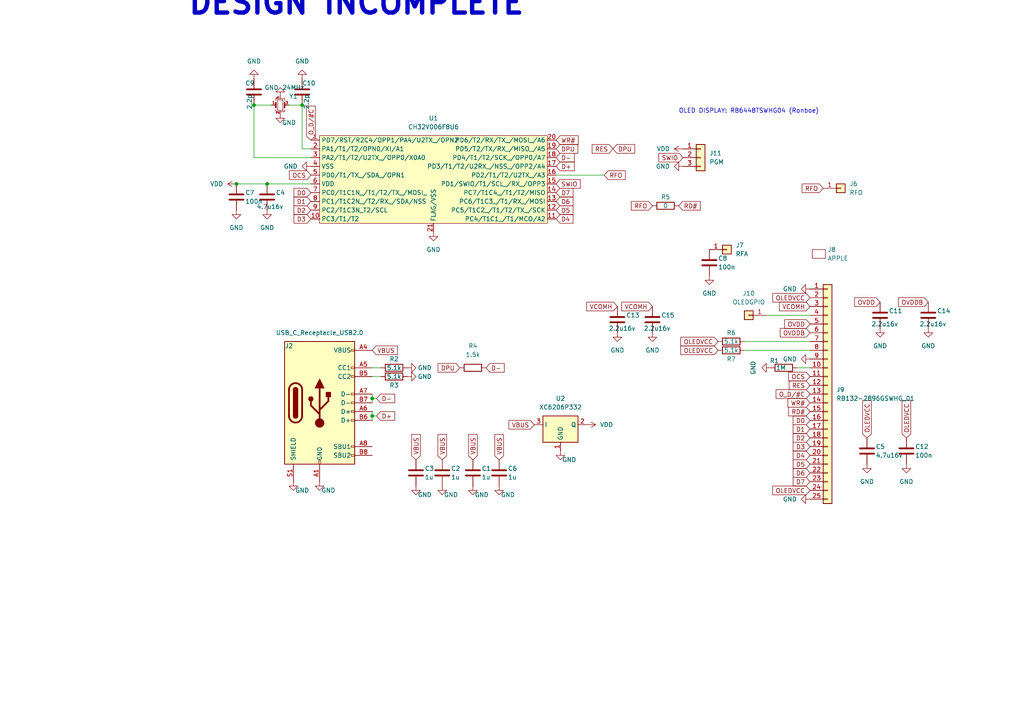
<source format=kicad_sch>
(kicad_sch (version 20231120) (generator "eeschema") (generator_version "8.0")
  (paper "A4")
  (lib_symbols
    (symbol "Connector:USB_C_Receptacle_USB2.0" (pin_names (offset 1.016))
      (property "Reference" "J" (at -10.16 19.05 0))
      (property "Value" "USB_C_Receptacle_USB2.0" (at 19.05 19.05 0))
      (symbol "USB_C_Receptacle_USB2.0_0_0"
        (rectangle (start -0.254 -17.78) (end 0.254 -16.764))
        (rectangle (start 10.16 -14.986) (end 9.144 -15.494))
        (rectangle (start 10.16 -12.446) (end 9.144 -12.954))
        (rectangle (start 10.16 -4.826) (end 9.144 -5.334))
        (rectangle (start 10.16 -2.286) (end 9.144 -2.794))
        (rectangle (start 10.16 0.254) (end 9.144 -0.254))
        (rectangle (start 10.16 2.794) (end 9.144 2.286))
        (rectangle (start 10.16 7.874) (end 9.144 7.366))
        (rectangle (start 10.16 10.414) (end 9.144 9.906))
        (rectangle (start 10.16 15.494) (end 9.144 14.986))
      )
      (symbol "USB_C_Receptacle_USB2.0_0_1"
        (rectangle (start -10.16 17.78) (end 10.16 -17.78) (stroke (width 0.254)) (fill (type background)))
        (arc (start -8.89 -3.81) (mid -6.985 -5.7067) (end -5.08 -3.81) (stroke (width 0.508)))
        (arc (start -7.62 -3.81) (mid -6.985 -4.4423) (end -6.35 -3.81) (stroke (width 0.254)))
        (arc (start -7.62 -3.81) (mid -6.985 -4.4423) (end -6.35 -3.81) (stroke (width 0.254)) (fill (type outline)))
        (rectangle (start -7.62 -3.81) (end -6.35 3.81) (stroke (width 0.254)) (fill (type outline)))
        (arc (start -6.35 3.81) (mid -6.985 4.4423) (end -7.62 3.81) (stroke (width 0.254)))
        (arc (start -6.35 3.81) (mid -6.985 4.4423) (end -7.62 3.81) (stroke (width 0.254)) (fill (type outline)))
        (arc (start -5.08 3.81) (mid -6.985 5.7067) (end -8.89 3.81) (stroke (width 0.508)))
        (circle (center -2.54 1.143) (radius 0.635) (stroke (width 0.254)) (fill (type outline)))
        (circle (center 0 -5.842) (radius 1.27) (fill (type outline)))
        (polyline (pts (xy -8.89 -3.81) (xy -8.89 3.81)) (stroke (width 0.508)))
        (polyline (pts (xy -5.08 3.81) (xy -5.08 -3.81)) (stroke (width 0.508)))
        (polyline (pts (xy 0 -5.842) (xy 0 4.318)) (stroke (width 0.508)))
        (polyline (pts (xy 0 -3.302) (xy -2.54 -0.762) (xy -2.54 0.508)) (stroke (width 0.508)))
        (polyline (pts (xy 0 -2.032) (xy 2.54 0.508) (xy 2.54 1.778)) (stroke (width 0.508)))
        (polyline (pts (xy -1.27 4.318) (xy 0 6.858) (xy 1.27 4.318) (xy -1.27 4.318)) (stroke (width 0.254)) (fill (type outline)))
        (rectangle (start 1.905 1.778) (end 3.175 3.048) (stroke (width 0.254)) (fill (type outline)))
      )
      (symbol "USB_C_Receptacle_USB2.0_1_1"
        (pin passive line (at 0 -22.86 90) (length 5.08) (name "GND") (number "A1"))
        (pin passive line (at 0 -22.86 90) (length 5.08) hide (name "GND") (number "A12"))
        (pin passive line (at 15.24 15.24 180) (length 5.08) (name "VBUS") (number "A4"))
        (pin bidirectional line (at 15.24 10.16 180) (length 5.08) (name "CC1") (number "A5"))
        (pin bidirectional line (at 15.24 -2.54 180) (length 5.08) (name "D+") (number "A6"))
        (pin bidirectional line (at 15.24 2.54 180) (length 5.08) (name "D-") (number "A7"))
        (pin bidirectional line (at 15.24 -12.7 180) (length 5.08) (name "SBU1") (number "A8"))
        (pin passive line (at 15.24 15.24 180) (length 5.08) hide (name "VBUS") (number "A9"))
        (pin passive line (at 0 -22.86 90) (length 5.08) hide (name "GND") (number "B1"))
        (pin passive line (at 0 -22.86 90) (length 5.08) hide (name "GND") (number "B12"))
        (pin passive line (at 15.24 15.24 180) (length 5.08) hide (name "VBUS") (number "B4"))
        (pin bidirectional line (at 15.24 7.62 180) (length 5.08) (name "CC2") (number "B5"))
        (pin bidirectional line (at 15.24 -5.08 180) (length 5.08) (name "D+") (number "B6"))
        (pin bidirectional line (at 15.24 0 180) (length 5.08) (name "D-") (number "B7"))
        (pin bidirectional line (at 15.24 -15.24 180) (length 5.08) (name "SBU2") (number "B8"))
        (pin passive line (at 15.24 15.24 180) (length 5.08) hide (name "VBUS") (number "B9"))
        (pin passive line (at -7.62 -22.86 90) (length 5.08) (name "SHIELD") (number "S1"))
      )
    )
    (symbol "Connector_Generic:Conn_01x01" (pin_names (offset 1.016) hide)
      (property "Reference" "J" (at 0 2.54 0))
      (property "Value" "Conn_01x01" (at 0 -2.54 0))
      (symbol "Conn_01x01_1_1"
        (rectangle (start -1.27 0.127) (end 0 -0.127) (stroke (width 0.1524)))
        (rectangle (start -1.27 1.27) (end 1.27 -1.27) (stroke (width 0.254)) (fill (type background)))
        (pin passive line (at -5.08 0 0) (length 3.81) (name "Pin_1") (number "1"))
      )
    )
    (symbol "Connector_Generic:Conn_01x03" (pin_names (offset 1.016) hide)
      (property "Reference" "J" (at 0 5.08 0))
      (property "Value" "Conn_01x03" (at 0 -5.08 0))
      (symbol "Conn_01x03_1_1"
        (rectangle (start -1.27 -2.413) (end 0 -2.667) (stroke (width 0.1524)))
        (rectangle (start -1.27 0.127) (end 0 -0.127) (stroke (width 0.1524)))
        (rectangle (start -1.27 2.667) (end 0 2.413) (stroke (width 0.1524)))
        (rectangle (start -1.27 3.81) (end 1.27 -3.81) (stroke (width 0.254)) (fill (type background)))
        (pin passive line (at -5.08 2.54 0) (length 3.81) (name "Pin_1") (number "1"))
        (pin passive line (at -5.08 0 0) (length 3.81) (name "Pin_2") (number "2"))
        (pin passive line (at -5.08 -2.54 0) (length 3.81) (name "Pin_3") (number "3"))
      )
    )
    (symbol "Connector_Generic:Conn_01x25" (pin_names (offset 1.016) hide)
      (property "Reference" "J" (at 0 33.02 0))
      (property "Value" "Conn_01x25" (at 0 -33.02 0))
      (symbol "Conn_01x25_1_1"
        (rectangle (start -1.27 -30.353) (end 0 -30.607) (stroke (width 0.1524)))
        (rectangle (start -1.27 -27.813) (end 0 -28.067) (stroke (width 0.1524)))
        (rectangle (start -1.27 -25.273) (end 0 -25.527) (stroke (width 0.1524)))
        (rectangle (start -1.27 -22.733) (end 0 -22.987) (stroke (width 0.1524)))
        (rectangle (start -1.27 -20.193) (end 0 -20.447) (stroke (width 0.1524)))
        (rectangle (start -1.27 -17.653) (end 0 -17.907) (stroke (width 0.1524)))
        (rectangle (start -1.27 -15.113) (end 0 -15.367) (stroke (width 0.1524)))
        (rectangle (start -1.27 -12.573) (end 0 -12.827) (stroke (width 0.1524)))
        (rectangle (start -1.27 -10.033) (end 0 -10.287) (stroke (width 0.1524)))
        (rectangle (start -1.27 -7.493) (end 0 -7.747) (stroke (width 0.1524)))
        (rectangle (start -1.27 -4.953) (end 0 -5.207) (stroke (width 0.1524)))
        (rectangle (start -1.27 -2.413) (end 0 -2.667) (stroke (width 0.1524)))
        (rectangle (start -1.27 0.127) (end 0 -0.127) (stroke (width 0.1524)))
        (rectangle (start -1.27 2.667) (end 0 2.413) (stroke (width 0.1524)))
        (rectangle (start -1.27 5.207) (end 0 4.953) (stroke (width 0.1524)))
        (rectangle (start -1.27 7.747) (end 0 7.493) (stroke (width 0.1524)))
        (rectangle (start -1.27 10.287) (end 0 10.033) (stroke (width 0.1524)))
        (rectangle (start -1.27 12.827) (end 0 12.573) (stroke (width 0.1524)))
        (rectangle (start -1.27 15.367) (end 0 15.113) (stroke (width 0.1524)))
        (rectangle (start -1.27 17.907) (end 0 17.653) (stroke (width 0.1524)))
        (rectangle (start -1.27 20.447) (end 0 20.193) (stroke (width 0.1524)))
        (rectangle (start -1.27 22.987) (end 0 22.733) (stroke (width 0.1524)))
        (rectangle (start -1.27 25.527) (end 0 25.273) (stroke (width 0.1524)))
        (rectangle (start -1.27 28.067) (end 0 27.813) (stroke (width 0.1524)))
        (rectangle (start -1.27 30.607) (end 0 30.353) (stroke (width 0.1524)))
        (rectangle (start -1.27 31.75) (end 1.27 -31.75) (stroke (width 0.254)) (fill (type background)))
        (pin passive line (at -5.08 30.48 0) (length 3.81) (name "Pin_1") (number "1"))
        (pin passive line (at -5.08 7.62 0) (length 3.81) (name "Pin_10") (number "10"))
        (pin passive line (at -5.08 5.08 0) (length 3.81) (name "Pin_11") (number "11"))
        (pin passive line (at -5.08 2.54 0) (length 3.81) (name "Pin_12") (number "12"))
        (pin passive line (at -5.08 0 0) (length 3.81) (name "Pin_13") (number "13"))
        (pin passive line (at -5.08 -2.54 0) (length 3.81) (name "Pin_14") (number "14"))
        (pin passive line (at -5.08 -5.08 0) (length 3.81) (name "Pin_15") (number "15"))
        (pin passive line (at -5.08 -7.62 0) (length 3.81) (name "Pin_16") (number "16"))
        (pin passive line (at -5.08 -10.16 0) (length 3.81) (name "Pin_17") (number "17"))
        (pin passive line (at -5.08 -12.7 0) (length 3.81) (name "Pin_18") (number "18"))
        (pin passive line (at -5.08 -15.24 0) (length 3.81) (name "Pin_19") (number "19"))
        (pin passive line (at -5.08 27.94 0) (length 3.81) (name "Pin_2") (number "2"))
        (pin passive line (at -5.08 -17.78 0) (length 3.81) (name "Pin_20") (number "20"))
        (pin passive line (at -5.08 -20.32 0) (length 3.81) (name "Pin_21") (number "21"))
        (pin passive line (at -5.08 -22.86 0) (length 3.81) (name "Pin_22") (number "22"))
        (pin passive line (at -5.08 -25.4 0) (length 3.81) (name "Pin_23") (number "23"))
        (pin passive line (at -5.08 -27.94 0) (length 3.81) (name "Pin_24") (number "24"))
        (pin passive line (at -5.08 -30.48 0) (length 3.81) (name "Pin_25") (number "25"))
        (pin passive line (at -5.08 25.4 0) (length 3.81) (name "Pin_3") (number "3"))
        (pin passive line (at -5.08 22.86 0) (length 3.81) (name "Pin_4") (number "4"))
        (pin passive line (at -5.08 20.32 0) (length 3.81) (name "Pin_5") (number "5"))
        (pin passive line (at -5.08 17.78 0) (length 3.81) (name "Pin_6") (number "6"))
        (pin passive line (at -5.08 15.24 0) (length 3.81) (name "Pin_7") (number "7"))
        (pin passive line (at -5.08 12.7 0) (length 3.81) (name "Pin_8") (number "8"))
        (pin passive line (at -5.08 10.16 0) (length 3.81) (name "Pin_9") (number "9"))
      )
    )
    (symbol "Device:C" (pin_numbers hide) (pin_names (offset 0.254))
      (property "Reference" "C" (at 0.635 2.54 0))
      (property "Value" "C" (at 0.635 -2.54 0))
      (symbol "C_0_1"
        (polyline (pts (xy -2.032 -0.762) (xy 2.032 -0.762)) (stroke (width 0.508)))
        (polyline (pts (xy -2.032 0.762) (xy 2.032 0.762)) (stroke (width 0.508)))
      )
      (symbol "C_1_1"
        (pin passive line (at 0 3.81 270) (length 2.794) (name "~") (number "1"))
        (pin passive line (at 0 -3.81 90) (length 2.794) (name "~") (number "2"))
      )
    )
    (symbol "Device:Crystal_GND24_Small" (pin_names (offset 1.016) hide)
      (property "Reference" "Y" (at 1.27 4.445 0))
      (property "Value" "Crystal_GND24_Small" (at 1.27 2.54 0))
      (symbol "Crystal_GND24_Small_0_1"
        (rectangle (start -0.762 -1.524) (end 0.762 1.524))
        (polyline (pts (xy -1.27 -0.762) (xy -1.27 0.762)) (stroke (width 0.381)))
        (polyline (pts (xy 1.27 -0.762) (xy 1.27 0.762)) (stroke (width 0.381)))
        (polyline (pts (xy -1.27 -1.27) (xy -1.27 -1.905) (xy 1.27 -1.905) (xy 1.27 -1.27)))
        (polyline (pts (xy -1.27 1.27) (xy -1.27 1.905) (xy 1.27 1.905) (xy 1.27 1.27)))
      )
      (symbol "Crystal_GND24_Small_1_1"
        (pin passive line (at -2.54 0 0) (length 1.27) (name "1") (number "1"))
        (pin passive line (at 0 -2.54 90) (length 0.635) (name "2") (number "2"))
        (pin passive line (at 2.54 0 180) (length 1.27) (name "3") (number "3"))
        (pin passive line (at 0 2.54 270) (length 0.635) (name "4") (number "4"))
      )
    )
    (symbol "Device:R" (pin_numbers hide) (pin_names (offset 0))
      (property "Reference" "R" (at 2.032 0 90))
      (property "Value" "R" (at 0 0 90))
      (symbol "R_0_1"
        (rectangle (start -1.016 -2.54) (end 1.016 2.54) (stroke (width 0.254)))
      )
      (symbol "R_1_1"
        (pin passive line (at 0 3.81 270) (length 1.27) (name "~") (number "1"))
        (pin passive line (at 0 -3.81 90) (length 1.27) (name "~") (number "2"))
      )
    )
    (symbol "Regulator_Linear:IFX27001TFV26"
      (property "Reference" "U" (at 0 6.35 0))
      (property "Value" "IFX27001TFV26" (at 0 3.81 0))
      (symbol "IFX27001TFV26_1_1"
        (rectangle (start -5.08 2.54) (end 5.08 -5.08) (stroke (width 0.254)) (fill (type background)))
        (pin power_in line (at 0 -7.62 90) (length 2.54) (name "GND") (number "1"))
        (pin power_out line (at 7.62 0 180) (length 2.54) (name "Q") (number "2"))
        (pin power_in line (at -7.62 0 0) (length 2.54) (name "I") (number "3"))
      )
    )
    (symbol "artwork:artwork"
      (property "Reference" "A" (at 0 0 0))
      (property "Value" "artwork" (at 0 2.54 0))
      (symbol "artwork_0_1"
        (rectangle (start -1.905 1.27) (end 1.905 -1.27))
      )
    )
    (symbol "cnhardware:CH32V006F8U6"
      (property "Reference" "U" (at 0 -1.27 0))
      (property "Value" "CH32V006F8U6" (at 2.54 0 0))
      (symbol "CH32V006F8U6_1_1"
        (rectangle (start -33.02 12.7) (end 33.02 -12.7) (fill (type background)))
        (pin bidirectional line (at -35.56 11.43 0) (length 2.54) (name "PD7/RST/R2C4/OPP1/PA4/U2TX_/OPN2") (number "1"))
        (pin bidirectional line (at -35.56 -11.43 0) (length 2.54) (name "PC3/T1/T2") (number "10"))
        (pin bidirectional line (at 35.56 -11.43 180) (length 2.54) (name "PC4/T1C1_/T1/MCO/A2") (number "11"))
        (pin bidirectional line (at 35.56 -8.89 180) (length 2.54) (name "PC5/T1C2_/T1/T2/TX_/SCK") (number "12"))
        (pin bidirectional line (at 35.56 -6.35 180) (length 2.54) (name "PC6/T1C3_/T1/RX_/MOSI") (number "13"))
        (pin bidirectional line (at 35.56 -3.81 180) (length 2.54) (name "PC7/T1C4_/T1/T2/MISO") (number "14"))
        (pin bidirectional line (at 35.56 -1.27 180) (length 2.54) (name "PD1/SWIO/T1/SCL_/RX_/OPP3") (number "15"))
        (pin bidirectional line (at 35.56 1.27 180) (length 2.54) (name "PD2/T1/T2/U2TX_/A3") (number "16"))
        (pin bidirectional line (at 35.56 3.81 180) (length 2.54) (name "PD3/T1/T2/U2RX_/NSS_/OPP2/A4") (number "17"))
        (pin bidirectional line (at 35.56 6.35 180) (length 2.54) (name "PD4/T1/T2/SCK_/OPP0/A7") (number "18"))
        (pin bidirectional line (at 35.56 8.89 180) (length 2.54) (name "PD5/T2/TX/RX_/MISO_/A5") (number "19"))
        (pin bidirectional line (at -35.56 8.89 0) (length 2.54) (name "PA1/T1/T2/OPN0/XI/A1") (number "2"))
        (pin bidirectional line (at 35.56 11.43 180) (length 2.54) (name "PD6/T2/RX/TX_/MOSI_/A6") (number "20"))
        (pin bidirectional line (at 0 -15.24 90) (length 2.54) (name "FLAG/VSS") (number "21"))
        (pin bidirectional line (at -35.56 6.35 0) (length 2.54) (name "PA2/T1/T2/U2TX_/OPP0/X0A0") (number "3"))
        (pin bidirectional line (at -35.56 3.81 0) (length 2.54) (name "VSS") (number "4"))
        (pin bidirectional line (at -35.56 1.27 0) (length 2.54) (name "PD0/T1/TX_/SDA_/OPN1") (number "5"))
        (pin bidirectional line (at -35.56 -1.27 0) (length 2.54) (name "VDD") (number "6"))
        (pin bidirectional line (at -35.56 -3.81 0) (length 2.54) (name "PC0/T1C1N_/T1/T2/TX_/MOSI_") (number "7"))
        (pin bidirectional line (at -35.56 -6.35 0) (length 2.54) (name "PC1/T1C2N_/T2/RX_/SDA/NSS") (number "8"))
        (pin bidirectional line (at -35.56 -8.89 0) (length 2.54) (name "PC2/T1C3N_T2/SCL") (number "9"))
      )
    )
    (symbol "power:GND" (power) (pin_names (offset 0))
      (property "Value" "GND" (at 0 -3.81 0))
      (symbol "GND_0_1"
        (polyline (pts (xy 0 0) (xy 0 -1.27) (xy 1.27 -1.27) (xy 0 -2.54) (xy -1.27 -1.27) (xy 0 -1.27)))
      )
      (symbol "GND_1_1"
        (pin power_in line (at 0 0 270) (length 0) hide (name "GND") (number "1"))
      )
    )
    (symbol "power:VDD" (power) (pin_names (offset 0))
      (property "Value" "VDD" (at 0 3.81 0))
      (symbol "VDD_0_1"
        (polyline (pts (xy -0.762 1.27) (xy 0 2.54)))
        (polyline (pts (xy 0 0) (xy 0 2.54)))
        (polyline (pts (xy 0 2.54) (xy 0.762 1.27)))
      )
      (symbol "VDD_1_1"
        (pin power_in line (at 0 0 90) (length 0) hide (name "VDD") (number "1"))
      )
    )
  )
  (junction (at 77.47 53.34))
  (junction (at 68.58 53.34))
  (junction (at 73.66 30.48))
  (junction (at 87.63 30.48))
  (junction (at 107.95 120.65))
  (junction (at 107.95 115.57))
  (wire (pts (xy 77.47 53.34) (xy 90.17 53.34)))
  (wire (pts (xy 73.66 45.72) (xy 73.66 30.48)))
  (wire (pts (xy 175.26 50.8) (xy 161.29 50.8)))
  (wire (pts (xy 73.66 30.48) (xy 78.74 30.48)))
  (wire (pts (xy 234.95 106.68) (xy 231.14 106.68)))
  (wire (pts (xy 90.17 45.72) (xy 73.66 45.72)))
  (wire (pts (xy 222.25 91.44) (xy 234.95 91.44)))
  (wire (pts (xy 107.95 109.22) (xy 110.49 109.22)))
  (wire (pts (xy 215.9 99.06) (xy 234.95 99.06)))
  (wire (pts (xy 107.95 106.68) (xy 110.49 106.68)))
  (wire (pts (xy 107.95 120.65) (xy 109.22 120.65)))
  (wire (pts (xy 107.95 119.38) (xy 107.95 120.65)))
  (wire (pts (xy 83.82 30.48) (xy 87.63 30.48)))
  (wire (pts (xy 87.63 30.48) (xy 87.63 43.18)))
  (wire (pts (xy 107.95 120.65) (xy 107.95 121.92)))
  (wire (pts (xy 215.9 101.6) (xy 234.95 101.6)))
  (wire (pts (xy 107.95 115.57) (xy 107.95 116.84)))
  (wire (pts (xy 68.58 53.34) (xy 77.47 53.34)))
  (wire (pts (xy 107.95 115.57) (xy 109.22 115.57)))
  (wire (pts (xy 107.95 114.3) (xy 107.95 115.57)))
  (wire (pts (xy 87.63 43.18) (xy 90.17 43.18)))
  (text "DESIGN INCOMPLETE" (at 103.378 1.016 0) (effects (font (size 6.35 6.35) (thickness 1.27) (bold yes))))
  (text "OLED DISPLAY: RB6448TSWHG04 (Ronboe)" (at 196.85 33.02 0) (effects (font (size 1.27 1.27)) (justify left bottom)))
  (global_label "OCS" (shape input) (at 90.17 50.8 180) (property "Intersheetrefs" "${INTERSHEET_REFS}" (effects (hide yes))))
  (global_label "D5" (shape input) (at 234.95 134.62 180) (property "Intersheetrefs" "${INTERSHEET_REFS}" (effects (hide yes))))
  (global_label "RFO" (shape input) (at 238.76 54.61 180) (property "Intersheetrefs" "${INTERSHEET_REFS}" (effects (hide yes))))
  (global_label "O_D{slash}#C" (shape input) (at 234.95 114.3 180) (property "Intersheetrefs" "${INTERSHEET_REFS}" (effects (hide yes))))
  (global_label "OVDDB" (shape input) (at 269.24 87.63 180) (property "Intersheetrefs" "${INTERSHEET_REFS}" (effects (hide yes))))
  (global_label "D0" (shape input) (at 234.95 121.92 180) (property "Intersheetrefs" "${INTERSHEET_REFS}" (effects (hide yes))))
  (global_label "VBUS" (shape input) (at 120.65 133.35 90) (property "Intersheetrefs" "${INTERSHEET_REFS}" (effects (hide yes))))
  (global_label "D4" (shape input) (at 161.29 63.5 0) (property "Intersheetrefs" "${INTERSHEET_REFS}" (effects (hide yes))))
  (global_label "O_D{slash}#C" (shape input) (at 90.17 40.64 90) (property "Intersheetrefs" "${INTERSHEET_REFS}" (effects (hide yes))))
  (global_label "SWIO" (shape input) (at 198.12 45.72 180) (property "Intersheetrefs" "${INTERSHEET_REFS}" (effects (hide yes))))
  (global_label "WR#" (shape input) (at 234.95 116.84 180) (property "Intersheetrefs" "${INTERSHEET_REFS}" (effects (hide yes))))
  (global_label "D-" (shape input) (at 140.97 106.68 0) (property "Intersheetrefs" "${INTERSHEET_REFS}" (effects (hide yes))))
  (global_label "VBUS" (shape input) (at 107.95 101.6 0) (property "Intersheetrefs" "${INTERSHEET_REFS}" (effects (hide yes))))
  (global_label "RFO" (shape input) (at 189.23 59.69 180) (property "Intersheetrefs" "${INTERSHEET_REFS}" (effects (hide yes))))
  (global_label "OLEDVCC" (shape input) (at 208.28 99.06 180) (property "Intersheetrefs" "${INTERSHEET_REFS}" (effects (hide yes))))
  (global_label "VCOMH" (shape input) (at 234.95 88.9 180) (property "Intersheetrefs" "${INTERSHEET_REFS}" (effects (hide yes))))
  (global_label "VCOMH" (shape input) (at 179.07 88.9 180) (property "Intersheetrefs" "${INTERSHEET_REFS}" (effects (hide yes))))
  (global_label "D5" (shape input) (at 161.29 60.96 0) (property "Intersheetrefs" "${INTERSHEET_REFS}" (effects (hide yes))))
  (global_label "DPU" (shape input) (at 177.8 43.18 0) (property "Intersheetrefs" "${INTERSHEET_REFS}" (effects (hide yes))))
  (global_label "D+" (shape input) (at 161.29 48.26 0) (property "Intersheetrefs" "${INTERSHEET_REFS}" (effects (hide yes))))
  (global_label "D+" (shape input) (at 109.22 120.65 0) (property "Intersheetrefs" "${INTERSHEET_REFS}" (effects (hide yes))))
  (global_label "OLEDVCC" (shape input) (at 251.46 127 90) (property "Intersheetrefs" "${INTERSHEET_REFS}" (effects (hide yes))))
  (global_label "OCS" (shape input) (at 234.95 109.22 180) (property "Intersheetrefs" "${INTERSHEET_REFS}" (effects (hide yes))))
  (global_label "OVDD" (shape input) (at 234.95 93.98 180) (property "Intersheetrefs" "${INTERSHEET_REFS}" (effects (hide yes))))
  (global_label "D-" (shape input) (at 109.22 115.57 0) (property "Intersheetrefs" "${INTERSHEET_REFS}" (effects (hide yes))))
  (global_label "SWIO" (shape input) (at 161.29 53.34 0) (property "Intersheetrefs" "${INTERSHEET_REFS}" (effects (hide yes))))
  (global_label "D2" (shape input) (at 90.17 60.96 180) (property "Intersheetrefs" "${INTERSHEET_REFS}" (effects (hide yes))))
  (global_label "WR#" (shape input) (at 161.29 40.64 0) (property "Intersheetrefs" "${INTERSHEET_REFS}" (effects (hide yes))))
  (global_label "RES" (shape input) (at 177.8 43.18 180) (property "Intersheetrefs" "${INTERSHEET_REFS}" (effects (hide yes))))
  (global_label "VBUS" (shape input) (at 137.16 133.35 90) (property "Intersheetrefs" "${INTERSHEET_REFS}" (effects (hide yes))))
  (global_label "OLEDVCC" (shape input) (at 234.95 86.36 180) (property "Intersheetrefs" "${INTERSHEET_REFS}" (effects (hide yes))))
  (global_label "D3" (shape input) (at 90.17 63.5 180) (property "Intersheetrefs" "${INTERSHEET_REFS}" (effects (hide yes))))
  (global_label "VBUS" (shape input) (at 144.78 133.35 90) (property "Intersheetrefs" "${INTERSHEET_REFS}" (effects (hide yes))))
  (global_label "RD#" (shape input) (at 234.95 119.38 180) (property "Intersheetrefs" "${INTERSHEET_REFS}" (effects (hide yes))))
  (global_label "DPU" (shape input) (at 161.29 43.18 0) (property "Intersheetrefs" "${INTERSHEET_REFS}" (effects (hide yes))))
  (global_label "D-" (shape input) (at 161.29 45.72 0) (property "Intersheetrefs" "${INTERSHEET_REFS}" (effects (hide yes))))
  (global_label "D3" (shape input) (at 234.95 129.54 180) (property "Intersheetrefs" "${INTERSHEET_REFS}" (effects (hide yes))))
  (global_label "RES" (shape input) (at 234.95 111.76 180) (property "Intersheetrefs" "${INTERSHEET_REFS}" (effects (hide yes))))
  (global_label "D0" (shape input) (at 90.17 55.88 180) (property "Intersheetrefs" "${INTERSHEET_REFS}" (effects (hide yes))))
  (global_label "VBUS" (shape input) (at 154.94 123.19 180) (property "Intersheetrefs" "${INTERSHEET_REFS}" (effects (hide yes))))
  (global_label "D6" (shape input) (at 234.95 137.16 180) (property "Intersheetrefs" "${INTERSHEET_REFS}" (effects (hide yes))))
  (global_label "D1" (shape input) (at 90.17 58.42 180) (property "Intersheetrefs" "${INTERSHEET_REFS}" (effects (hide yes))))
  (global_label "OLEDVCC" (shape input) (at 234.95 142.24 180) (property "Intersheetrefs" "${INTERSHEET_REFS}" (effects (hide yes))))
  (global_label "RD#" (shape input) (at 196.85 59.69 0) (property "Intersheetrefs" "${INTERSHEET_REFS}" (effects (hide yes))))
  (global_label "D2" (shape input) (at 234.95 127 180) (property "Intersheetrefs" "${INTERSHEET_REFS}" (effects (hide yes))))
  (global_label "D7" (shape input) (at 234.95 139.7 180) (property "Intersheetrefs" "${INTERSHEET_REFS}" (effects (hide yes))))
  (global_label "VBUS" (shape input) (at 128.27 133.35 90) (property "Intersheetrefs" "${INTERSHEET_REFS}" (effects (hide yes))))
  (global_label "OLEDVCC" (shape input) (at 262.89 127 90) (property "Intersheetrefs" "${INTERSHEET_REFS}" (effects (hide yes))))
  (global_label "OLEDVCC" (shape input) (at 208.28 101.6 180) (property "Intersheetrefs" "${INTERSHEET_REFS}" (effects (hide yes))))
  (global_label "OVDDB" (shape input) (at 234.95 96.52 180) (property "Intersheetrefs" "${INTERSHEET_REFS}" (effects (hide yes))))
  (global_label "VCOMH" (shape input) (at 189.23 88.9 180) (property "Intersheetrefs" "${INTERSHEET_REFS}" (effects (hide yes))))
  (global_label "DPU" (shape input) (at 133.35 106.68 180) (property "Intersheetrefs" "${INTERSHEET_REFS}" (effects (hide yes))))
  (global_label "OVDD" (shape input) (at 255.27 87.63 180) (property "Intersheetrefs" "${INTERSHEET_REFS}" (effects (hide yes))))
  (global_label "RFO" (shape input) (at 175.26 50.8 0) (property "Intersheetrefs" "${INTERSHEET_REFS}" (effects (hide yes))))
  (global_label "D6" (shape input) (at 161.29 58.42 0) (property "Intersheetrefs" "${INTERSHEET_REFS}" (effects (hide yes))))
  (global_label "D4" (shape input) (at 234.95 132.08 180) (property "Intersheetrefs" "${INTERSHEET_REFS}" (effects (hide yes))))
  (global_label "D7" (shape input) (at 161.29 55.88 0) (property "Intersheetrefs" "${INTERSHEET_REFS}" (effects (hide yes))))
  (global_label "D1" (shape input) (at 234.95 124.46 180) (property "Intersheetrefs" "${INTERSHEET_REFS}" (effects (hide yes))))
  (symbol (lib_id "Device:C") (at 269.24 91.44 0) (unit 1)
    (property "Reference" "C14" (at 271.78 90.17 0) (effects (justify left)))
    (property "Value" "2.2u16v" (at 266.7 93.98 0) (effects (justify left)))
    (property "Footprint" "Capacitor_SMD:C_0402_1005Metric" (effects (hide yes)))
    (property "LCSC" "C72203" (effects (hide yes)))
  )
  (symbol (lib_id "power:GND") (at 120.65 140.97 0) (unit 1)
    (property "Reference" "#PWR023" (effects (hide yes)))
    (property "Value" "GND" (at 123.19 143.51 0))
  )
  (symbol (lib_id "power:GND") (at 81.28 33.02 0) (unit 1)
    (property "Reference" "#PWR022" (effects (hide yes)))
    (property "Value" "GND" (at 83.82 35.56 0))
  )
  (symbol (lib_id "Device:C") (at 205.74 76.2 0) (unit 1)
    (property "Reference" "C8" (at 208.28 74.93 0) (effects (justify left)))
    (property "Value" "100n" (at 208.28 77.47 0) (effects (justify left)))
    (property "Footprint" "Capacitor_SMD:C_0402_1005Metric" (effects (hide yes)))
    (property "LCSC" "C1525" (effects (hide yes)))
  )
  (symbol (lib_id "Connector_Generic:Conn_01x01") (at 210.82 72.39 0) (unit 1)
    (property "Reference" "J7" (at 213.36 71.12 0) (effects (justify left)))
    (property "Value" "RFA" (at 213.36 73.66 0) (effects (justify left)))
    (property "Footprint" "TestPoint:TestPoint_Pad_D1.0mm" (effects (hide yes)))
  )
  (symbol (lib_id "power:GND") (at 137.16 140.97 0) (unit 1)
    (property "Reference" "#PWR017" (effects (hide yes)))
    (property "Value" "GND" (at 139.7 143.51 0))
  )
  (symbol (lib_id "power:VDD") (at 170.18 123.19 270) (unit 1)
    (property "Reference" "#PWR014" (effects (hide yes)))
    (property "Value" "VDD" (at 173.99 123.1899 90) (effects (justify left)))
  )
  (symbol (lib_id "power:GND") (at 77.47 60.96 0) (unit 1)
    (property "Reference" "#PWR03" (effects (hide yes)))
    (property "Value" "GND" (at 77.47 66.04 0))
  )
  (symbol (lib_id "Connector_Generic:Conn_01x25") (at 240.03 114.3 0) (unit 1)
    (property "Reference" "J9" (at 242.57 113.0299 0) (effects (justify left)))
    (property "Value" "RB132-2896GSWHG_01" (at 242.57 115.5699 0) (effects (justify left)))
    (property "Footprint" "RB132-2896GSWHG_01:RB132-2896GSWHG_01" (effects (hide yes)))
    (property "Description" "Generic connector, single row, 01x25, script generated (kicad-library-utils/schlib/autogen/connector/)" (effects (hide yes)))
  )
  (symbol (lib_id "Device:C") (at 120.65 137.16 0) (unit 1)
    (property "Reference" "C3" (at 123.19 135.89 0) (effects (justify left)))
    (property "Value" "1u" (at 123.19 138.43 0) (effects (justify left)))
    (property "Footprint" "Capacitor_SMD:C_0805_2012Metric" (effects (hide yes)))
    (property "LCSC" "C28323" (effects (hide yes)))
  )
  (symbol (lib_id "Connector_Generic:Conn_01x01") (at 243.84 54.61 0) (unit 1)
    (property "Reference" "J6" (at 246.38 53.34 0) (effects (justify left)))
    (property "Value" "RFO" (at 246.38 55.88 0) (effects (justify left)))
    (property "Footprint" "TestPoint:TestPoint_Pad_D1.0mm" (effects (hide yes)))
  )
  (symbol (lib_id "Connector_Generic:Conn_01x03") (at 203.2 45.72 0) (unit 1)
    (property "Reference" "J11" (at 205.74 44.4499 0) (effects (justify left)))
    (property "Value" "PGM" (at 205.74 46.9899 0) (effects (justify left)))
    (property "Footprint" "Connector_PinHeader_2.54mm:PinHeader_1x03_P2.54mm_Vertical" (effects (hide yes)))
    (property "Description" "Generic connector, single row, 01x03, script generated (kicad-library-utils/schlib/autogen/connector/)" (effects (hide yes)))
  )
  (symbol (lib_id "Device:C") (at 137.16 137.16 0) (unit 1)
    (property "Reference" "C1" (at 139.7 135.89 0) (effects (justify left)))
    (property "Value" "1u" (at 139.7 138.43 0) (effects (justify left)))
    (property "Footprint" "Capacitor_SMD:C_0805_2012Metric" (effects (hide yes)))
    (property "LCSC" "C28323" (effects (hide yes)))
  )
  (symbol (lib_id "Device:Crystal_GND24_Small") (at 81.28 30.48 0) (unit 1)
    (property "Reference" "Y1" (at 85.09 27.94 0))
    (property "Value" "24MHz" (at 85.09 25.4 0))
    (property "Footprint" "Crystal:Crystal_SMD_2016-4Pin_2.0x1.6mm" (effects (hide yes)))
    (property "LCSC" "C2929397" (effects (hide yes)))
  )
  (symbol (lib_id "power:GND") (at 269.24 95.25 0) (unit 1)
    (property "Reference" "#PWR06" (effects (hide yes)))
    (property "Value" "GND" (at 269.24 100.33 0))
  )
  (symbol (lib_id "power:GND") (at 162.56 130.81 0) (unit 1)
    (property "Reference" "#PWR013" (effects (hide yes)))
    (property "Value" "GND" (at 165.1 133.35 0))
  )
  (symbol (lib_id "power:GND") (at 234.95 83.82 270) (unit 1)
    (property "Reference" "#PWR028" (effects (hide yes)))
    (property "Value" "GND" (at 231.14 83.8199 90) (effects (justify right)))
  )
  (symbol (lib_id "Device:C") (at 255.27 91.44 0) (unit 1)
    (property "Reference" "C11" (at 257.81 90.17 0) (effects (justify left)))
    (property "Value" "2.2u16v" (at 252.73 93.98 0) (effects (justify left)))
    (property "Footprint" "Capacitor_SMD:C_0402_1005Metric" (effects (hide yes)))
    (property "LCSC" "C72203" (effects (hide yes)))
  )
  (symbol (lib_id "power:GND") (at 251.46 134.62 0) (unit 1)
    (property "Reference" "#PWR016" (effects (hide yes)))
    (property "Value" "GND" (at 251.46 139.7 0))
  )
  (symbol (lib_id "power:VDD") (at 68.58 53.34 90) (unit 1)
    (property "Reference" "#PWR015" (effects (hide yes)))
    (property "Value" "VDD" (at 64.77 53.34 90) (effects (justify left)))
  )
  (symbol (lib_id "power:GND") (at 144.78 140.97 0) (unit 1)
    (property "Reference" "#PWR019" (effects (hide yes)))
    (property "Value" "GND" (at 147.32 143.51 0))
  )
  (symbol (lib_id "power:GND") (at 118.11 109.22 90) (unit 1)
    (property "Reference" "#PWR012" (effects (hide yes)))
    (property "Value" "GND" (at 123.19 109.22 90))
  )
  (symbol (lib_id "Device:R") (at 212.09 101.6 90) (unit 1)
    (property "Reference" "R7" (at 212.09 104.14 90))
    (property "Value" "5.1k" (at 212.09 101.6 90))
    (property "Footprint" "Resistor_SMD:R_0402_1005Metric" (effects (hide yes)))
    (property "LCSC" "C105872" (effects (hide yes)))
  )
  (symbol (lib_id "power:GND") (at 234.95 144.78 270) (unit 1)
    (property "Reference" "#PWR029" (effects (hide yes)))
    (property "Value" "GND" (at 231.14 144.7799 90) (effects (justify right)))
  )
  (symbol (lib_id "Device:C") (at 128.27 137.16 0) (unit 1)
    (property "Reference" "C2" (at 130.81 135.89 0) (effects (justify left)))
    (property "Value" "1u" (at 130.81 138.43 0) (effects (justify left)))
    (property "Footprint" "Capacitor_SMD:C_0805_2012Metric" (effects (hide yes)))
    (property "LCSC" "C28323" (effects (hide yes)))
  )
  (symbol (lib_id "Connector_Generic:Conn_01x01") (at 217.17 91.44 180) (unit 1)
    (property "Reference" "J10" (at 217.17 85.09 0))
    (property "Value" "OLEDGPIO" (at 217.17 87.63 0))
    (property "Footprint" "TestPoint:TestPoint_Pad_D1.0mm" (effects (hide yes)))
  )
  (symbol (lib_id "Device:C") (at 189.23 92.71 0) (unit 1)
    (property "Reference" "C15" (at 191.77 91.44 0) (effects (justify left)))
    (property "Value" "2.2u16v" (at 186.69 95.25 0) (effects (justify left)))
    (property "Footprint" "Capacitor_SMD:C_0402_1005Metric" (effects (hide yes)))
    (property "LCSC" "C72203" (effects (hide yes)))
  )
  (symbol (lib_id "Device:R") (at 212.09 99.06 90) (unit 1)
    (property "Reference" "R6" (at 212.09 96.52 90))
    (property "Value" "5.1k" (at 212.09 99.06 90))
    (property "Footprint" "Resistor_SMD:R_0402_1005Metric" (effects (hide yes)))
    (property "LCSC" "C105872" (effects (hide yes)))
  )
  (symbol (lib_id "power:GND") (at 205.74 80.01 0) (unit 1)
    (property "Reference" "#PWR025" (effects (hide yes)))
    (property "Value" "GND" (at 205.74 85.09 0))
  )
  (symbol (lib_id "Device:R") (at 114.3 106.68 90) (unit 1)
    (property "Reference" "R2" (at 114.3 104.14 90))
    (property "Value" "5.1k" (at 114.3 106.68 90))
    (property "Footprint" "Resistor_SMD:R_0402_1005Metric" (effects (hide yes)))
    (property "LCSC" "C105872" (effects (hide yes)))
  )
  (symbol (lib_id "Device:C") (at 262.89 130.81 0) (unit 1)
    (property "Reference" "C12" (at 265.43 129.54 0) (effects (justify left)))
    (property "Value" "100n" (at 265.43 132.08 0) (effects (justify left)))
    (property "Footprint" "Capacitor_SMD:C_0402_1005Metric" (effects (hide yes)))
    (property "LCSC" "C1525" (effects (hide yes)))
  )
  (symbol (lib_id "power:GND") (at 262.89 134.62 0) (unit 1)
    (property "Reference" "#PWR032" (effects (hide yes)))
    (property "Value" "GND" (at 262.89 139.7 0))
  )
  (symbol (lib_id "power:GND") (at 92.71 139.7 0) (unit 1)
    (property "Reference" "#PWR010" (effects (hide yes)))
    (property "Value" "GND" (at 95.25 142.24 0))
  )
  (symbol (lib_id "Regulator_Linear:IFX27001TFV26") (at 162.56 123.19 0) (unit 1)
    (property "Reference" "U2" (at 162.56 115.57 0))
    (property "Value" "XC6206P332" (at 162.56 118.11 0))
    (property "Footprint" "Package_TO_SOT_SMD:SOT-23" (effects (hide yes)))
    (property "LCSC" "C5446" (effects (hide yes)))
  )
  (symbol (lib_id "artwork:artwork") (at 237.49 73.66 0) (unit 1)
    (property "Reference" "J8" (at 240.03 72.3899 0) (effects (justify left)))
    (property "Value" "APPLE" (at 240.03 74.9299 0) (effects (justify left)))
    (property "Footprint" "artwork:apple" (effects (hide yes)))
  )
  (symbol (lib_id "power:GND") (at 87.63 22.86 180) (unit 1)
    (property "Reference" "#PWR027" (effects (hide yes)))
    (property "Value" "GND" (at 87.63 17.78 0))
  )
  (symbol (lib_id "Device:C") (at 251.46 130.81 0) (unit 1)
    (property "Reference" "C5" (at 254 129.54 0) (effects (justify left)))
    (property "Value" "4.7u16v" (at 254 132.08 0) (effects (justify left)))
    (property "Footprint" "Capacitor_SMD:C_0603_1608Metric" (effects (hide yes)))
    (property "LCSC" "C77045" (effects (hide yes)))
  )
  (symbol (lib_id "power:GND") (at 189.23 96.52 0) (unit 1)
    (property "Reference" "#PWR08" (effects (hide yes)))
    (property "Value" "GND" (at 189.23 101.6 0))
  )
  (symbol (lib_id "power:GND") (at 68.58 60.96 0) (unit 1)
    (property "Reference" "#PWR020" (effects (hide yes)))
    (property "Value" "GND" (at 68.58 66.04 0))
  )
  (symbol (lib_id "power:GND") (at 118.11 106.68 90) (unit 1)
    (property "Reference" "#PWR011" (effects (hide yes)))
    (property "Value" "GND" (at 123.19 106.68 90))
  )
  (symbol (lib_id "power:GND") (at 223.52 106.68 270) (unit 1)
    (property "Reference" "#PWR05" (effects (hide yes)))
    (property "Value" "GND" (at 218.44 106.68 0))
  )
  (symbol (lib_id "power:GND") (at 128.27 140.97 0) (unit 1)
    (property "Reference" "#PWR018" (effects (hide yes)))
    (property "Value" "GND" (at 130.81 143.51 0))
  )
  (symbol (lib_id "power:GND") (at 255.27 95.25 0) (unit 1)
    (property "Reference" "#PWR031" (effects (hide yes)))
    (property "Value" "GND" (at 255.27 100.33 0))
  )
  (symbol (lib_id "Device:C") (at 68.58 57.15 0) (unit 1)
    (property "Reference" "C7" (at 71.12 55.88 0) (effects (justify left)))
    (property "Value" "100n" (at 71.12 58.42 0) (effects (justify left)))
    (property "Footprint" "Capacitor_SMD:C_0402_1005Metric" (effects (hide yes)))
    (property "LCSC" "C1525" (effects (hide yes)))
  )
  (symbol (lib_id "Device:R") (at 137.16 106.68 90) (unit 1)
    (property "Reference" "R4" (at 137.16 100.33 90))
    (property "Value" "1.5k" (at 137.16 102.87 90))
    (property "Footprint" "Resistor_SMD:R_0402_1005Metric" (effects (hide yes)))
    (property "LCSC" "C25867" (effects (hide yes)))
  )
  (symbol (lib_id "Device:R") (at 227.33 106.68 270) (unit 1)
    (property "Reference" "R1" (at 223.266 104.648 90) (effects (justify left)))
    (property "Value" "1M" (at 225.044 106.68 90) (effects (justify left)))
    (property "Footprint" "Resistor_SMD:R_0402_1005Metric" (effects (hide yes)))
    (property "LCSC" "C26083" (effects (hide yes)))
  )
  (symbol (lib_id "power:VDD") (at 198.12 43.18 90) (unit 1)
    (property "Reference" "#PWR01" (effects (hide yes)))
    (property "Value" "VDD" (at 194.31 43.18 90) (effects (justify left)))
  )
  (symbol (lib_id "power:GND") (at 85.09 139.7 0) (unit 1)
    (property "Reference" "#PWR09" (effects (hide yes)))
    (property "Value" "GND" (at 87.63 142.24 0))
  )
  (symbol (lib_id "Device:C") (at 73.66 26.67 0) (unit 1)
    (property "Reference" "C9" (at 71.12 24.13 0) (effects (justify left)))
    (property "Value" "2.2p" (at 72.39 31.75 90) (effects (justify left)))
    (property "Footprint" "Capacitor_SMD:C_0402_1005Metric" (effects (hide yes)))
    (property "LCSC" "C1559" (effects (hide yes)))
  )
  (symbol (lib_id "power:GND") (at 90.17 48.26 270) (unit 1)
    (property "Reference" "#PWR04" (effects (hide yes)))
    (property "Value" "GND" (at 86.36 48.26 90) (effects (justify right)))
  )
  (symbol (lib_id "power:GND") (at 81.28 27.94 180) (unit 1)
    (property "Reference" "#PWR021" (effects (hide yes)))
    (property "Value" "GND" (at 78.74 25.4 0))
  )
  (symbol (lib_id "cnhardware:CH32V006F8U6") (at 125.73 52.07 0) (unit 1)
    (property "Reference" "U1" (at 125.73 34.29 0))
    (property "Value" "CH32V006F8U6" (at 125.73 36.83 0))
    (property "Footprint" "Package_DFN_QFN:QFN-20-1EP_3x3mm_P0.4mm_EP1.65x1.65mm" (effects (hide yes)))
  )
  (symbol (lib_id "power:GND") (at 179.07 96.52 0) (unit 1)
    (property "Reference" "#PWR024" (effects (hide yes)))
    (property "Value" "GND" (at 179.07 101.6 0))
  )
  (symbol (lib_id "power:GND") (at 234.95 104.14 270) (unit 1)
    (property "Reference" "#PWR030" (effects (hide yes)))
    (property "Value" "GND" (at 231.14 104.1399 90) (effects (justify right)))
  )
  (symbol (lib_id "Device:R") (at 193.04 59.69 90) (unit 1)
    (property "Reference" "R5" (at 193.04 57.15 90))
    (property "Value" "0" (at 193.04 59.69 90))
    (property "Footprint" "Resistor_SMD:R_0402_1005Metric" (effects (hide yes)))
    (property "LCSC" "C17168" (effects (hide yes)))
  )
  (symbol (lib_id "Device:C") (at 144.78 137.16 0) (unit 1)
    (property "Reference" "C6" (at 147.32 135.89 0) (effects (justify left)))
    (property "Value" "1u" (at 147.32 138.43 0) (effects (justify left)))
    (property "Footprint" "Capacitor_SMD:C_0805_2012Metric" (effects (hide yes)))
    (property "LCSC" "C28323" (effects (hide yes)))
  )
  (symbol (lib_id "Device:R") (at 114.3 109.22 90) (unit 1)
    (property "Reference" "R3" (at 114.3 111.76 90))
    (property "Value" "5.1k" (at 114.3 109.22 90))
    (property "Footprint" "Resistor_SMD:R_0402_1005Metric" (effects (hide yes)))
    (property "LCSC" "C105872" (effects (hide yes)))
  )
  (symbol (lib_id "Device:C") (at 179.07 92.71 0) (unit 1)
    (property "Reference" "C13" (at 181.61 91.44 0) (effects (justify left)))
    (property "Value" "2.2u16v" (at 176.53 95.25 0) (effects (justify left)))
    (property "Footprint" "Capacitor_SMD:C_0402_1005Metric" (effects (hide yes)))
    (property "LCSC" "C72203" (effects (hide yes)))
  )
  (symbol (lib_id "power:GND") (at 73.66 22.86 180) (unit 1)
    (property "Reference" "#PWR026" (effects (hide yes)))
    (property "Value" "GND" (at 73.66 17.78 0))
  )
  (symbol (lib_id "Connector:USB_C_Receptacle_USB2.0") (at 92.71 116.84 0) (unit 1)
    (property "Reference" "J2" (at 83.82 100.33 0))
    (property "Value" "USB_C_Receptacle_USB2.0" (at 92.71 96.52 0))
    (property "Footprint" "cnhardware:USB_C_PADDLE" (effects (hide yes)))
    (property "Datasheet" "https://www.usb.org/sites/default/files/documents/usb_type-c.zip" (effects (hide yes)))
    (property "LCSC" "C2765186" (effects (hide yes)))
  )
  (symbol (lib_id "Device:C") (at 87.63 26.67 0) (unit 1)
    (property "Reference" "C10" (at 87.63 24.13 0) (effects (justify left)))
    (property "Value" "2.2p" (at 88.9 31.75 90) (effects (justify left)))
    (property "Footprint" "Capacitor_SMD:C_0402_1005Metric" (effects (hide yes)))
    (property "LCSC" "C1559" (effects (hide yes)))
  )
  (symbol (lib_id "Device:C") (at 77.47 57.15 0) (unit 1)
    (property "Reference" "C4" (at 80.01 55.88 0) (effects (justify left)))
    (property "Value" "4.7u16v" (at 74.422 59.944 0) (effects (justify left)))
    (property "Footprint" "Capacitor_SMD:C_0402_1005Metric" (effects (hide yes)))
    (property "LCSC" "C72203" (effects (hide yes)))
  )
  (symbol (lib_id "power:GND") (at 125.73 67.31 0) (unit 1)
    (property "Reference" "#PWR02" (effects (hide yes)))
    (property "Value" "GND" (at 125.73 72.39 0))
  )
  (symbol (lib_id "power:GND") (at 198.12 48.26 270) (unit 1)
    (property "Reference" "#PWR07" (effects (hide yes)))
    (property "Value" "GND" (at 194.31 48.26 90) (effects (justify right)))
  )
)
</source>
